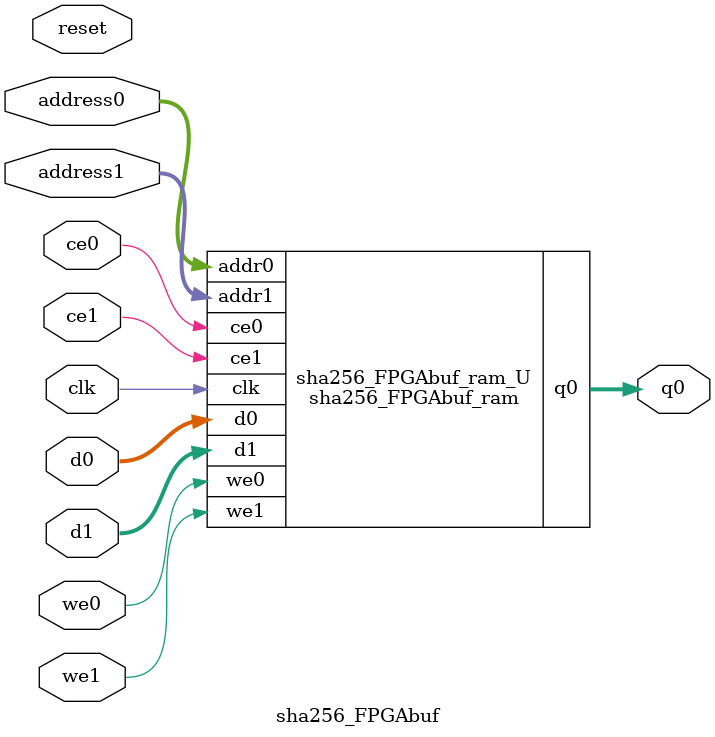
<source format=v>

`timescale 1 ns / 1 ps
module sha256_FPGAbuf_ram (addr0, ce0, d0, we0, q0, addr1, ce1, d1, we1,  clk);

parameter DWIDTH = 8;
parameter AWIDTH = 6;
parameter MEM_SIZE = 64;

input[AWIDTH-1:0] addr0;
input ce0;
input[DWIDTH-1:0] d0;
input we0;
output reg[DWIDTH-1:0] q0;
input[AWIDTH-1:0] addr1;
input ce1;
input[DWIDTH-1:0] d1;
input we1;
input clk;

(* ram_style = "block" *)reg [DWIDTH-1:0] ram[0:MEM_SIZE-1];




always @(posedge clk)  
begin 
    if (ce0) 
    begin
        if (we0) 
        begin 
            ram[addr0] <= d0; 
            q0 <= d0;
        end 
        else 
            q0 <= ram[addr0];
    end
end


always @(posedge clk)  
begin 
    if (ce1) 
    begin
        if (we1) 
        begin 
            ram[addr1] <= d1; 
        end 
    end
end


endmodule


`timescale 1 ns / 1 ps
module sha256_FPGAbuf(
    reset,
    clk,
    address0,
    ce0,
    we0,
    d0,
    q0,
    address1,
    ce1,
    we1,
    d1);

parameter DataWidth = 32'd8;
parameter AddressRange = 32'd64;
parameter AddressWidth = 32'd6;
input reset;
input clk;
input[AddressWidth - 1:0] address0;
input ce0;
input we0;
input[DataWidth - 1:0] d0;
output[DataWidth - 1:0] q0;
input[AddressWidth - 1:0] address1;
input ce1;
input we1;
input[DataWidth - 1:0] d1;



sha256_FPGAbuf_ram sha256_FPGAbuf_ram_U(
    .clk( clk ),
    .addr0( address0 ),
    .ce0( ce0 ),
    .d0( d0 ),
    .we0( we0 ),
    .q0( q0 ),
    .addr1( address1 ),
    .ce1( ce1 ),
    .d1( d1 ),
    .we1( we1 ));

endmodule


</source>
